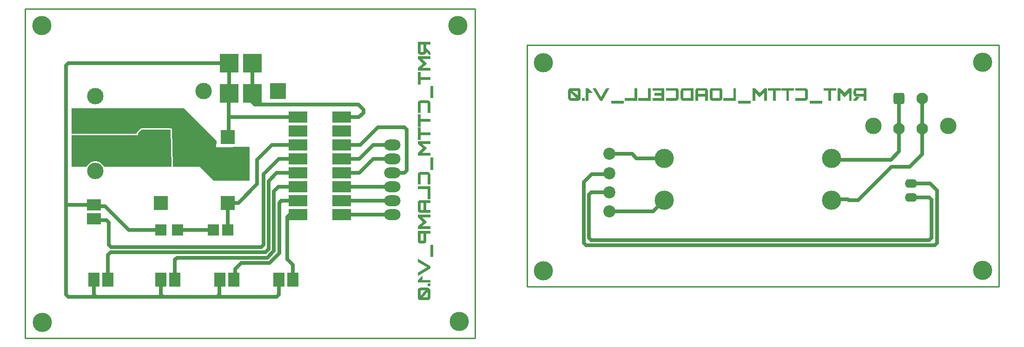
<source format=gbr>
%FSTAX23Y23*%
%MOIN*%
%SFA1B1*%

%IPPOS*%
%AMD23*
4,1,8,-0.020700,-0.041300,0.020700,-0.041300,0.041300,-0.020700,0.041300,0.020700,0.020700,0.041300,-0.020700,0.041300,-0.041300,0.020700,-0.041300,-0.020700,-0.020700,-0.041300,0.0*
1,1,0.041339,-0.020700,-0.020700*
1,1,0.041339,0.020700,-0.020700*
1,1,0.041339,0.020700,0.020700*
1,1,0.041339,-0.020700,0.020700*
%
%ADD10C,0.010000*%
%ADD11R,0.098425X0.098425*%
%ADD12R,0.137795X0.137795*%
%ADD13R,0.118110X0.118110*%
%ADD14C,0.118110*%
%ADD15R,0.137795X0.137795*%
%ADD16R,0.078740X0.098425*%
%ADD17O,0.118110X0.078740*%
%ADD18R,0.137795X0.078740*%
%ADD19R,0.098425X0.078740*%
%ADD20C,0.137795*%
%ADD21C,0.086614*%
%ADD22C,0.082677*%
G04~CAMADD=23~8~0.0~0.0~826.8~826.8~206.7~0.0~15~0.0~0.0~0.0~0.0~0~0.0~0.0~0.0~0.0~0~0.0~0.0~0.0~180.0~826.0~826.0*
%ADD23D23*%
%ADD24O,0.088582X0.062992*%
%ADD25C,0.137795*%
%ADD26R,0.078740X0.078740*%
%ADD27R,0.078740X0.078740*%
%ADD28C,0.027559*%
%LNpcb1_copper_signal_bot-1*%
%LPD*%
G36*
X03286Y02695D02*
X03257D01*
X03257Y02669*
X03286Y02644*
Y02624*
X0328*
X03257Y02644*
X03257Y02669*
X03255Y02671*
Y02645*
X03257Y02644*
X03257Y02643*
X03256Y02641*
X03256Y02639*
X03256Y02637*
X03255Y02636*
X03255Y02635*
X03255Y02634*
X03254Y02634*
X03254Y02633*
X03253Y02632*
X03252Y02631*
X03251Y02629*
X0325Y02628*
X03249Y02628*
X03248Y02627*
X03247Y02627*
X03247Y02627*
X03246Y02626*
X03244Y02625*
X03242Y02625*
X03241Y02624*
X0324Y02624*
X03239Y02624*
X03238*
X03238*
X03215*
X03213Y02624*
X03211Y02624*
X0321Y02625*
X03208Y02625*
X03207Y02626*
X03206Y02626*
X03206Y02627*
X03205Y02627*
X03204Y02628*
X03203Y02629*
X03201Y0263*
X032Y02631*
X032Y02632*
X03199Y02633*
X03199Y02633*
X03199Y02633*
X03198Y02635*
X03197Y02637*
X03197Y02638*
X03196Y0264*
X03196Y02641*
X03196Y02642*
Y02715*
X03286*
Y02695*
G37*
G36*
Y02592D02*
X03226D01*
X03263Y0256*
X03226Y02529*
X03286*
Y0251*
X03196*
Y0253*
X03232Y0256*
X03196Y02591*
Y02611*
X03286*
Y02592*
G37*
G36*
X03216Y02464D02*
X03286D01*
Y02444*
X03216*
Y02409*
X03196*
Y02499*
X03216*
Y02464*
G37*
G36*
X04449Y0235D02*
X04424D01*
X0442Y02355*
Y02294*
X044*
Y02384*
X0442*
X04449Y0235*
G37*
G36*
X06308Y02294D02*
X06289D01*
Y02354*
X06257Y02317*
X06226Y02354*
Y02294*
X06207*
Y02384*
X06227*
X06257Y02348*
X06288Y02384*
X06308*
Y02294*
G37*
G36*
X05699Y02294D02*
X05679D01*
Y02354*
X05648Y02317*
X05617Y02354*
Y02294*
X05597*
Y02384*
X05618*
X05648Y02348*
X05679Y02384*
X05699*
Y02294*
G37*
G36*
X04519D02*
X04502D01*
X0445Y02384*
X04472*
X0451Y02319*
X04548Y02384*
X04571*
X04519Y02294*
G37*
G36*
X03306Y02311D02*
X03286D01*
Y02399*
X03306*
Y02311*
G37*
G36*
X06412Y02294D02*
X06392D01*
Y02323*
X06366Y02323*
X06368Y02325*
X06342*
X06341Y02324*
X06366Y02323*
X06342Y02294*
X06321*
Y023*
X06341Y02324*
X0634Y02324*
X06338Y02324*
X06336Y02324*
X06335Y02324*
X06333Y02325*
X06332Y02325*
X06331Y02326*
X06331Y02326*
X06331Y02326*
X06329Y02327*
X06328Y02328*
X06327Y02329*
X06326Y0233*
X06325Y02331*
X06324Y02332*
X06324Y02333*
X06324Y02333*
X06323Y02335*
X06322Y02336*
X06322Y02338*
X06322Y02339*
X06321Y0234*
X06321Y02341*
Y02342*
Y02342*
Y02366*
X06321Y02367*
X06322Y02369*
X06322Y02371*
X06323Y02372*
X06323Y02373*
X06324Y02374*
X06324Y02375*
X06324Y02375*
X06325Y02376*
X06326Y02378*
X06327Y02379*
X06328Y0238*
X06329Y0238*
X0633Y02381*
X06331Y02381*
X06331Y02382*
X06332Y02382*
X06334Y02383*
X06335Y02383*
X06337Y02384*
X06338Y02384*
X06339Y02384*
X06412*
Y02294*
G37*
G36*
X06196Y02365D02*
X06161D01*
Y02294*
X06141*
Y02365*
X06106*
Y02384*
X06196*
Y02365*
G37*
G36*
X05976Y02384D02*
X05978Y02384D01*
X05979Y02383*
X05981Y02383*
X05982Y02382*
X05983Y02382*
X05983Y02382*
X05983Y02382*
X05985Y02381*
X05986Y0238*
X05987Y02379*
X05988Y02377*
X05989Y02376*
X0599Y02376*
X0599Y02375*
X0599Y02375*
X05991Y02373*
X05992Y02372*
X05992Y0237*
X05992Y02369*
X05992Y02367*
X05993Y02367*
Y02366*
Y02366*
Y02312*
X05992Y02311*
X05992Y02309*
X05992Y02307*
X05991Y02306*
X05991Y02305*
X0599Y02304*
X0599Y02303*
X0599Y02303*
X05989Y02302*
X05988Y023*
X05987Y02299*
X05986Y02298*
X05985Y02297*
X05984Y02297*
X05984Y02297*
X05983Y02296*
X05982Y02296*
X0598Y02295*
X05979Y02295*
X05977Y02294*
X05976Y02294*
X05975Y02294*
X05902*
Y02313*
X05969*
X0597Y02314*
X05971Y02314*
X05972Y02314*
X05972Y02314*
X05973Y02315*
X05973Y02316*
X05973Y02317*
Y02317*
Y02317*
Y02361*
X05973Y02362*
X05973Y02363*
X05972Y02363*
X05972Y02364*
X05971Y02364*
X0597Y02364*
X05969Y02365*
X05902*
Y02384*
X05974*
X05976Y02384*
G37*
G36*
X05894Y02365D02*
X05858D01*
Y02294*
X05839*
Y02365*
X05803*
Y02384*
X05894*
Y02365*
G37*
G36*
X05799D02*
X05763D01*
Y02294*
X05744*
Y02365*
X05708*
Y02384*
X05799*
Y02365*
G37*
G36*
X05478Y02294D02*
X05388D01*
Y02313*
X05459*
Y02384*
X05478*
Y02294*
G37*
G36*
X05364Y02384D02*
X05366Y02384D01*
X05368Y02383*
X05369Y02383*
X0537Y02382*
X05371Y02382*
X05371Y02382*
X05372Y02382*
X05373Y02381*
X05374Y0238*
X05376Y02379*
X05377Y02377*
X05377Y02376*
X05378Y02376*
X05378Y02375*
X05378Y02375*
X05379Y02373*
X0538Y02372*
X0538Y0237*
X05381Y02369*
X05381Y02367*
X05381Y02367*
Y02366*
Y02366*
Y02312*
X05381Y02311*
X05381Y02309*
X0538Y02307*
X0538Y02306*
X05379Y02305*
X05379Y02304*
X05379Y02303*
X05378Y02303*
X05377Y02302*
X05376Y023*
X05375Y02299*
X05374Y02298*
X05373Y02297*
X05372Y02297*
X05372Y02297*
X05372Y02296*
X0537Y02296*
X05368Y02295*
X05367Y02295*
X05365Y02294*
X05364Y02294*
X05363Y02294*
X05309*
X05307Y02294*
X05305Y02294*
X05304Y02295*
X05302Y02295*
X05301Y02296*
X053Y02296*
X053Y02296*
X053Y02296*
X05298Y02297*
X05297Y02298*
X05296Y023*
X05295Y02301*
X05294Y02302*
X05294Y02302*
X05293Y02303*
X05293Y02303*
X05292Y02305*
X05292Y02306*
X05291Y02308*
X05291Y02309*
X05291Y02311*
X05291Y02311*
Y02312*
Y02312*
Y02366*
X05291Y02367*
X05291Y02369*
X05291Y02371*
X05292Y02372*
X05292Y02373*
X05293Y02374*
X05293Y02375*
X05293Y02375*
X05294Y02376*
X05295Y02378*
X05296Y02379*
X05297Y0238*
X05298Y02381*
X05299Y02381*
X053Y02382*
X053Y02382*
X05301Y02383*
X05303Y02383*
X05305Y02384*
X05306Y02384*
X05307Y02384*
X05308Y02384*
X05362*
X05364Y02384*
G37*
G36*
X0526D02*
X05262Y02384D01*
X05263Y02383*
X05265Y02383*
X05266Y02382*
X05266Y02382*
X05267Y02382*
X05267Y02382*
X05269Y02381*
X0527Y0238*
X05271Y02379*
X05272Y02377*
X05273Y02376*
X05273Y02376*
X05274Y02375*
X05274Y02375*
X05275Y02373*
X05275Y02372*
X05276Y0237*
X05276Y02369*
X05276Y02367*
X05276Y02367*
Y02366*
Y02366*
Y02294*
X05257*
Y02323*
X05206*
Y02294*
X05186*
Y02366*
X05186Y02367*
X05186Y02369*
X05187Y02371*
X05187Y02372*
X05188Y02373*
X05188Y02374*
X05189Y02375*
X05189Y02375*
X0519Y02376*
X05191Y02378*
X05192Y02379*
X05193Y0238*
X05194Y02381*
X05195Y02381*
X05195Y02382*
X05195Y02382*
X05197Y02383*
X05199Y02383*
X052Y02384*
X05202Y02384*
X05203Y02384*
X05204Y02384*
X05258*
X0526Y02384*
G37*
G36*
X05172Y02294D02*
X051D01*
X05098Y02294*
X05096Y02294*
X05095Y02295*
X05093Y02295*
X05092Y02296*
X05091Y02296*
X05091Y02296*
X0509Y02296*
X05089Y02297*
X05088Y02298*
X05086Y023*
X05085Y02301*
X05085Y02302*
X05084Y02302*
X05084Y02303*
X05084Y02303*
X05083Y02305*
X05082Y02306*
X05082Y02308*
X05081Y02309*
X05081Y02311*
X05081Y02311*
Y02312*
Y02312*
Y02366*
X05081Y02367*
X05082Y02369*
X05082Y02371*
X05082Y02372*
X05083Y02373*
X05083Y02374*
X05084Y02375*
X05084Y02375*
X05085Y02376*
X05086Y02378*
X05087Y02379*
X05088Y0238*
X05089Y02381*
X0509Y02381*
X0509Y02382*
X0509Y02382*
X05092Y02383*
X05094Y02383*
X05095Y02384*
X05097Y02384*
X05098Y02384*
X05099Y02384*
X05172*
Y02294*
G37*
G36*
X0505Y02384D02*
X05052Y02384D01*
X05054Y02383*
X05055Y02383*
X05056Y02382*
X05057Y02382*
X05058Y02382*
X05058Y02382*
X05059Y02381*
X05061Y0238*
X05062Y02379*
X05063Y02377*
X05064Y02376*
X05064Y02376*
X05064Y02375*
X05065Y02375*
X05065Y02373*
X05066Y02372*
X05066Y0237*
X05067Y02369*
X05067Y02367*
X05067Y02367*
Y02366*
Y02366*
Y02312*
X05067Y02311*
X05067Y02309*
X05066Y02307*
X05066Y02306*
X05065Y02305*
X05065Y02304*
X05065Y02303*
X05065Y02303*
X05064Y02302*
X05062Y023*
X05061Y02299*
X0506Y02298*
X05059Y02297*
X05059Y02297*
X05058Y02297*
X05058Y02296*
X05056Y02296*
X05055Y02295*
X05053Y02295*
X05052Y02294*
X0505Y02294*
X05049Y02294*
X04977*
Y02313*
X05043*
X05045Y02314*
X05046Y02314*
X05046Y02314*
X05047Y02314*
X05047Y02315*
X05048Y02316*
X05048Y02317*
Y02317*
Y02317*
Y02361*
X05048Y02362*
X05047Y02363*
X05047Y02363*
X05047Y02364*
X05046Y02364*
X05045Y02364*
X05044Y02365*
X04977*
Y02384*
X05048*
X0505Y02384*
G37*
G36*
X04964Y02294D02*
X0488D01*
Y02313*
X04944*
Y02329*
X04892*
Y02349*
X04944*
Y02365*
X0488*
Y02384*
X04964*
Y02294*
G37*
G36*
X04868D02*
X04777D01*
Y02313*
X04848*
Y02384*
X04868*
Y02294*
G37*
G36*
X0477D02*
X04679D01*
Y02313*
X0475*
Y02384*
X0477*
Y02294*
G37*
G36*
X04393D02*
X04374D01*
Y02313*
X04393*
Y02294*
G37*
G36*
X04347Y02384D02*
X04349Y02384D01*
X04351Y02383*
X04352Y02383*
X04353Y02382*
X04354Y02382*
X04355Y02382*
X04355Y02382*
X04356Y02381*
X04358Y02379*
X04359Y02378*
X0436Y02377*
X0436Y02376*
X04361Y02375*
X04361Y02375*
X04361Y02375*
X04362Y02373*
X04363Y02372*
X04363Y0237*
X04364Y02369*
X04364Y02367*
X04364Y02366*
Y02366*
Y02366*
Y02313*
X04364Y02311*
X04363Y0231*
X04363Y02308*
X04363Y02307*
X04362Y02306*
X04362Y02305*
X04361Y02304*
X04361Y02304*
X0436Y02302*
X04359Y02301*
X04358Y023*
X04357Y02299*
X04356Y02298*
X04355Y02297*
X04355Y02297*
X04355Y02297*
X04353Y02296*
X04352Y02295*
X0435Y02295*
X04348Y02294*
X04347Y02294*
X04346Y02294*
X04293*
X04292Y02294*
X0429Y02294*
X04288Y02295*
X04287Y02295*
X04286Y02296*
X04285Y02296*
X04284Y02297*
X04284Y02297*
X04283Y02298*
X04281Y02299*
X0428Y023*
X04279Y02301*
X04279Y02302*
X04278Y02303*
X04278Y02304*
X04278Y02304*
X04277Y02306*
X04276Y02307*
X04276Y02309*
X04275Y0231*
X04275Y02312*
X04275Y02313*
Y02313*
Y02313*
Y02366*
X04275Y02367*
X04275Y02369*
X04276Y02371*
X04276Y02372*
X04277Y02373*
X04277Y02374*
X04278Y02375*
X04278Y02375*
X04279Y02376*
X0428Y02378*
X04281Y02379*
X04282Y0238*
X04283Y02381*
X04284Y02381*
X04284Y02382*
X04284Y02382*
X04286Y02383*
X04287Y02383*
X04289Y02384*
X0429Y02384*
X04292Y02384*
X04293Y02384*
X04345*
X04347Y02384*
G37*
G36*
X06097Y02274D02*
X06008D01*
Y02294*
X06097*
Y02274*
G37*
G36*
X05583D02*
X05494D01*
Y02294*
X05583*
Y02274*
G37*
G36*
X04672D02*
X04584D01*
Y02294*
X04672*
Y02274*
G37*
G36*
X0327Y02295D02*
X03271Y02295D01*
X03273Y02295*
X03274Y02294*
X03276Y02294*
X03276Y02293*
X03277Y02293*
X03277Y02293*
X03279Y02292*
X0328Y02291*
X03281Y0229*
X03282Y02288*
X03283Y02288*
X03283Y02287*
X03284Y02286*
X03284Y02286*
X03285Y02285*
X03285Y02283*
X03286Y02281*
X03286Y0228*
X03286Y02279*
X03286Y02278*
Y02205*
X03267*
Y02272*
X03267Y02273*
X03266Y02274*
X03266Y02275*
X03266Y02275*
X03265Y02276*
X03264Y02276*
X03263Y02276*
X03263*
X03263*
X0322*
X03218Y02276*
X03217Y02275*
X03217Y02275*
X03217Y02275*
X03216Y02274*
X03216Y02273*
X03216Y02272*
Y02205*
X03196*
Y02277*
X03196Y02279*
X03196Y0228*
X03197Y02282*
X03197Y02283*
X03198Y02285*
X03198Y02285*
X03198Y02286*
X03198Y02286*
X032Y02288*
X03201Y02289*
X03202Y0229*
X03203Y02291*
X03204Y02292*
X03205Y02292*
X03205Y02293*
X03205Y02293*
X03207Y02294*
X03208Y02294*
X0321Y02295*
X03211Y02295*
X03213Y02295*
X03214Y02295*
X03214*
X03214*
X03268*
X0327Y02295*
G37*
G36*
X03216Y02161D02*
X03286D01*
Y02142*
X03216*
Y02106*
X03196*
Y02197*
X03216*
Y02161*
G37*
G36*
Y02066D02*
X03286D01*
Y02046*
X03216*
Y02011*
X03196*
Y02101*
X03216*
Y02066*
G37*
G36*
X03286Y01982D02*
X03226D01*
X03263Y01951*
X03226Y0192*
X03286*
Y019*
X03196*
Y0192*
X03232Y01951*
X03196Y01981*
Y02002*
X03286*
Y01982*
G37*
G36*
X01429Y01823D02*
X01426Y0182D01*
X00945*
X00944Y01822*
X00936Y01833*
X00927Y01843*
X00915Y01851*
X00903Y01856*
X00889Y01859*
X00876*
X00862Y01856*
X0085Y01851*
X00839Y01843*
X00829Y01833*
X00821Y01822*
X0082Y0182*
X00715*
Y02045*
X0119*
Y0206*
X01215Y02085*
X01425*
X01429Y01823*
G37*
G36*
X03306Y01796D02*
X03286D01*
Y01885*
X03306*
Y01796*
G37*
G36*
X01755Y02005D02*
X0175Y0196D01*
X01986Y01962*
X0199Y01959*
Y0172*
X01735*
X01635Y0182*
X01444*
X0144Y01823*
X0144Y01823*
X01435Y02085*
X01434Y02087*
X01434Y02088*
X01434Y02088*
X01434Y02089*
X01433Y0209*
X01432Y02092*
X01432Y02092*
X01432Y02092*
X0143Y02093*
X01428Y02094*
X01428Y02094*
X01428Y02094*
X01426Y02094*
X01425Y02095*
X01215*
X01211Y02094*
X01207Y02092*
X01182Y02067*
X0118Y02063*
X01179Y0206*
Y02055*
X00715*
Y0224*
X0152*
X01755Y02005*
G37*
G36*
X0327Y01781D02*
X03271Y01781D01*
X03273Y0178*
X03274Y0178*
X03276Y01779*
X03276Y01779*
X03277Y01779*
X03277Y01779*
X03279Y01778*
X0328Y01777*
X03281Y01775*
X03282Y01774*
X03283Y01773*
X03283Y01773*
X03284Y01772*
X03284Y01772*
X03285Y0177*
X03285Y01769*
X03286Y01767*
X03286Y01766*
X03286Y01764*
X03286Y01763*
Y01691*
X03267*
Y01758*
X03267Y01759*
X03266Y0176*
X03266Y0176*
X03266Y01761*
X03265Y01761*
X03264Y01762*
X03263Y01762*
X03263*
X03263*
X0322*
X03218Y01762*
X03217Y01761*
X03217Y01761*
X03217Y01761*
X03216Y0176*
X03216Y01759*
X03216Y01758*
Y01691*
X03196*
Y01763*
X03196Y01764*
X03196Y01766*
X03197Y01768*
X03197Y01769*
X03198Y0177*
X03198Y01771*
X03198Y01772*
X03198Y01772*
X032Y01773*
X03201Y01775*
X03202Y01776*
X03203Y01777*
X03204Y01778*
X03205Y01778*
X03205Y01779*
X03205Y01779*
X03207Y01779*
X03208Y0178*
X0321Y0178*
X03211Y01781*
X03213Y01781*
X03214Y01781*
X03214*
X03214*
X03268*
X0327Y01781*
G37*
G36*
X03286Y01587D02*
X03267D01*
Y01658*
X03196*
Y01678*
X03286*
Y01587*
G37*
G36*
Y0156D02*
X03257D01*
Y01509*
X03286*
Y01489*
X03214*
X03213Y0149*
X03211Y0149*
X03209Y0149*
X03208Y01491*
X03207Y01491*
X03206Y01492*
X03205Y01492*
X03205Y01492*
X03204Y01493*
X03202Y01494*
X03201Y01495*
X032Y01496*
X032Y01497*
X03199Y01498*
X03199Y01499*
X03198Y01499*
X03198Y015*
X03197Y01502*
X03197Y01504*
X03196Y01505*
X03196Y01506*
X03196Y01507*
Y01561*
X03196Y01563*
X03196Y01565*
X03197Y01567*
X03197Y01568*
X03198Y01569*
X03198Y0157*
X03198Y01571*
X03198Y01571*
X032Y01572*
X03201Y01573*
X03202Y01575*
X03203Y01576*
X03204Y01576*
X03205Y01577*
X03205Y01577*
X03205Y01577*
X03207Y01578*
X03208Y01579*
X0321Y01579*
X03211Y0158*
X03213Y0158*
X03214Y0158*
X03214*
X03214*
X03286*
Y0156*
G37*
G36*
Y01456D02*
X03226D01*
X03263Y01424*
X03226Y01393*
X03286*
Y01374*
X03196*
Y01394*
X03232Y01424*
X03196Y01455*
Y01475*
X03286*
Y01456*
G37*
G36*
Y01339D02*
X03257D01*
X03257Y01287*
X03256Y01285*
X03256Y01283*
X03256Y01282*
X03255Y0128*
X03255Y01279*
X03255Y01278*
X03254Y01278*
X03254Y01278*
X03253Y01276*
X03252Y01275*
X03251Y01274*
X0325Y01273*
X03249Y01272*
X03248Y01271*
X03247Y01271*
X03247Y01271*
X03246Y0127*
X03244Y01269*
X03242Y01269*
X03241Y01269*
X0324Y01268*
X03239Y01268*
X03238*
X03238*
X03215*
X03213Y01268*
X03211Y01269*
X0321Y01269*
X03208Y0127*
X03207Y0127*
X03206Y01271*
X03206Y01271*
X03205Y01271*
X03204Y01272*
X03203Y01273*
X03201Y01274*
X032Y01275*
X032Y01276*
X03199Y01277*
X03199Y01277*
X03199Y01278*
X03198Y01279*
X03197Y01281*
X03197Y01282*
X03196Y01284*
X03196Y01285*
X03196Y01286*
Y01359*
X03286*
Y01339*
G37*
G36*
X03306Y01171D02*
X03286D01*
Y0126*
X03306*
Y01171*
G37*
G36*
X03286Y01106D02*
Y01089D01*
X03196Y01037*
Y0106*
X03262Y01098*
X03196Y01136*
Y01158*
X03286Y01106*
G37*
G36*
X0323Y01011D02*
X03225Y01007D01*
X03286*
Y00988*
X03196*
Y01007*
X0323Y01036*
Y01011*
G37*
G36*
X03286Y00961D02*
X03267D01*
Y00981*
X03286*
Y00961*
G37*
G36*
X03269Y00951D02*
X0327Y00951D01*
X03272Y0095*
X03273Y0095*
X03274Y00949*
X03275Y00949*
X03276Y00949*
X03276Y00949*
X03278Y00947*
X03279Y00946*
X0328Y00945*
X03282Y00944*
X03282Y00943*
X03283Y00943*
X03283Y00942*
X03284Y00942*
X03284Y0094*
X03285Y00939*
X03286Y00937*
X03286Y00936*
X03286Y00935*
X03286Y00934*
Y00881*
X03286Y00879*
X03286Y00877*
X03285Y00875*
X03285Y00874*
X03284Y00873*
X03284Y00872*
X03284Y00872*
X03284Y00872*
X03282Y0087*
X03281Y00869*
X0328Y00868*
X03279Y00867*
X03278Y00866*
X03277Y00865*
X03276Y00865*
X03276Y00865*
X03274Y00864*
X03273Y00863*
X03271Y00863*
X0327Y00862*
X03269Y00862*
X03268Y00862*
X03267*
X03267*
X03215*
X03213Y00862*
X03211Y00863*
X0321Y00863*
X03208Y00864*
X03207Y00864*
X03206Y00864*
X03206Y00865*
X03205Y00865*
X03204Y00866*
X03203Y00867*
X03201Y00868*
X032Y00869*
X032Y0087*
X03199Y00871*
X03199Y00871*
X03198Y00872*
X03198Y00873*
X03197Y00875*
X03197Y00876*
X03196Y00878*
X03196Y00879*
X03196Y0088*
Y00933*
X03196Y00935*
X03196Y00936*
X03197Y00938*
X03197Y00939*
X03198Y0094*
X03198Y00941*
X03198Y00942*
X03198Y00942*
X032Y00943*
X03201Y00945*
X03202Y00946*
X03203Y00947*
X03204Y00947*
X03205Y00948*
X03205Y00948*
X03205Y00949*
X03207Y00949*
X03209Y0095*
X0321Y0095*
X03212Y00951*
X03213Y00951*
X03214Y00951*
X03214*
X03215*
X03267*
X03269Y00951*
G37*
%LNpcb1_copper_signal_bot-2*%
%LPC*%
G36*
X03237Y02695D02*
X03216D01*
Y02644*
X03237*
Y02695*
G37*
G36*
X06392Y02365D02*
X06341D01*
Y02343*
X06392*
Y02365*
G37*
G36*
X05361D02*
X0531D01*
Y02313*
X05361*
Y02365*
G37*
G36*
X05257D02*
X05206D01*
Y02343*
X05257*
Y02365*
G37*
G36*
X05152D02*
X05101D01*
Y02313*
X05152*
Y02365*
G37*
G36*
X04345Y02364D02*
X04305D01*
X04345Y02331*
Y02364*
G37*
G36*
X04294Y02348D02*
Y02314D01*
X04334*
X04294Y02348*
G37*
G36*
X01914Y0182D02*
X01904Y01818D01*
X01896Y01813*
X01895Y01812*
X0189Y01804*
X01888Y01795*
X0189Y01785*
X01895Y01777*
X01903Y01772*
X01912Y0177*
X01922Y01772*
X01929Y01777*
X01931Y01779*
X01936Y01786*
X01938Y01796*
X01936Y01805*
X01931Y01813*
X01923Y01818*
X01914Y0182*
G37*
G36*
X03238Y0156D02*
X03216D01*
Y01509*
X03238*
Y0156*
G37*
G36*
X03237Y01339D02*
X03216D01*
Y01288*
X03237*
Y01339*
G37*
G36*
X03249Y00932D02*
X03216D01*
Y00892*
X03249Y00932*
G37*
G36*
X03266Y00922D02*
X03232Y00882D01*
X03266*
Y00922*
G37*
%LNpcb1_copper_signal_bot-3*%
%LPD*%
G54D10*
X0038Y0059D02*
X03608D01*
X0038Y02952D02*
X03608D01*
Y0059D02*
Y02952D01*
X0038Y0059D02*
Y02952D01*
X03979Y0096D02*
X07365D01*
X03979Y02692D02*
X07365D01*
Y0096D02*
Y02692D01*
X03979Y0096D02*
Y02692D01*
G54D11*
X01835Y02032D03*
Y0156D03*
X01355D03*
Y02032D03*
X01914Y01796D03*
G54D12*
X0201Y02345D03*
Y02561D03*
X01844D03*
Y02345D03*
G54D13*
X02195Y02363D03*
G54D14*
X01659Y02363D03*
X00883Y02325D03*
Y01789D03*
X06463Y02111D03*
X06999D03*
G54D15*
X00865Y0214D03*
X01081D03*
Y01975D03*
X00865D03*
G54D16*
X00975Y0101D03*
X00875D03*
X023D03*
X022D03*
X01877D03*
X01777D03*
X01455D03*
X01355D03*
G54D17*
X03014Y01575D03*
Y01675D03*
Y01875D03*
Y01475D03*
Y01975D03*
Y01775D03*
G54D18*
X02651Y01475D03*
Y01575D03*
Y01675D03*
Y01775D03*
Y01875D03*
Y01975D03*
Y02075D03*
Y02175D03*
X02338D03*
Y02075D03*
Y01975D03*
Y01875D03*
Y01775D03*
Y01675D03*
Y01575D03*
Y01475D03*
G54D19*
X00875Y01445D03*
Y01545D03*
G54D20*
X00502Y00704D03*
X03493Y0071D03*
X00499Y02831D03*
X03484Y02834D03*
X04097Y02567D03*
Y01071D03*
X07247Y01077D03*
X07246Y0257D03*
G54D21*
X04569Y01912D03*
Y01774D03*
Y01498D03*
Y01636D03*
G54D22*
X06648Y02093D03*
X06814Y0231D03*
Y02093D03*
G54D23*
X06648Y0231D03*
G54D24*
X06734Y016D03*
Y017D03*
G54D25*
X06164Y0158D03*
Y0188D03*
X04964Y0158D03*
Y0188D03*
G54D26*
X01835Y01365D03*
X01729D03*
G54D27*
X01354Y01365D03*
X01475D03*
G54D28*
X031Y02101D02*
X03116Y02085D01*
X031Y01775D02*
X03116Y01791D01*
X0291Y02101D02*
X031D01*
X03116Y01791D02*
Y02085D01*
X03014Y01775D02*
X031D01*
X02651Y01975D02*
X02783D01*
X0291Y02101*
X02776Y01875D02*
X02876Y01975D01*
X03014*
X02651Y01875D02*
X02776D01*
Y01775D02*
X02876Y01875D01*
X03014*
X02651Y01775D02*
X02776D01*
X02651Y01675D02*
X03014D01*
X02651Y01575D02*
X03014D01*
X02651Y01475D02*
X03014D01*
X02775Y02175D02*
X02806Y02206D01*
Y02228*
X02769Y02265D02*
X02806Y02228D01*
X02026Y02265D02*
X02769D01*
X02651Y02175D02*
X02775D01*
X01125Y01365D02*
X01354D01*
X00884Y01535D02*
X00954D01*
X01125Y01365*
X00875Y01545D02*
X00884Y01535D01*
X0201Y02281D02*
Y02561D01*
Y02281D02*
X02026Y02265D01*
X0215Y01975D02*
X02338D01*
X02045Y0187D02*
X0215Y01975D01*
X02045Y01695D02*
Y0187D01*
X022Y01875D02*
X02338D01*
X0209Y01258D02*
Y01765D01*
X022Y01875*
X00996Y01242D02*
X02073D01*
X0209Y01258*
X02102Y01205D02*
X02127Y0123D01*
X02133Y0113D02*
X02202Y01199D01*
X02117Y01167D02*
X02165Y01215D01*
X01839Y02175D02*
X02338D01*
X01839Y02037D02*
Y02175D01*
Y0234*
X01758Y00885D02*
X02183D01*
X00675Y01545D02*
D01*
X00875*
X00675Y00901D02*
Y01545D01*
X023Y01011D02*
Y01115D01*
X0226Y01155D02*
Y01458D01*
Y01155D02*
X023Y01115D01*
X0226Y01458D02*
X02276Y01475D01*
X02338*
X00675Y00901D02*
X00691Y00885D01*
X00891*
X00675Y01545D02*
Y02545D01*
X00691Y02561D02*
X01844D01*
X00675Y02545D02*
X00691Y02561D01*
X01839Y0234D02*
X01844Y02345D01*
X01835Y02032D02*
X01839Y02037D01*
X01844Y02345D02*
Y02561D01*
X01912Y01795D02*
X01914Y01796D01*
X02127Y01717D02*
X02185Y01775D01*
X02127Y0123D02*
Y01717D01*
X02185Y01775D02*
X02338D01*
X0191Y0156D02*
X02045Y01695D01*
X01835Y0156D02*
X0191D01*
X01835Y01365D02*
Y0156D01*
Y01365D02*
X01835D01*
X01835Y0156D02*
D01*
X02198Y01675D02*
X02338D01*
X02165Y01215D02*
Y01642D01*
X02198Y01675*
X00891Y00885D02*
X01371D01*
X00875Y00901D02*
Y0101D01*
Y00901D02*
X00891Y00885D01*
X00963Y01435D02*
X0098Y01419D01*
X00884Y01435D02*
X00963D01*
X0098Y01258D02*
Y01419D01*
X00975Y01185D02*
X00995Y01205D01*
X00975Y0101D02*
Y01185D01*
X00995Y01205D02*
X02102D01*
X01471Y01167D02*
X02117D01*
X01455Y0101D02*
Y01151D01*
X01471Y01167*
X0098Y01258D02*
X00996Y01242D01*
X01887Y01086D02*
X01931Y0113D01*
X02133*
X02202Y01199D02*
Y01558D01*
X02218Y01575D02*
X02338D01*
X02202Y01558D02*
X02218Y01575D01*
X00875Y01445D02*
X00884Y01435D01*
X01475Y01365D02*
X01729D01*
X01345Y01019D02*
X01355Y0101D01*
X01354Y01365D02*
X01355D01*
Y00901D02*
Y0101D01*
Y00901D02*
X01371Y00885D01*
X01758*
X01775Y00901*
Y01007*
X01777Y0101*
X02183Y00885D02*
X022Y00901D01*
Y0101*
X01877D02*
X01887Y01019D01*
Y01086*
X06869Y017D02*
X06919Y0165D01*
X04403Y01255D02*
X06903D01*
X06865Y01292D02*
X06881Y01308D01*
Y01583*
X06903Y01255D02*
X06919Y01271D01*
Y0165*
X06865Y016D02*
X06881Y01583D01*
X04441Y01292D02*
X06865D01*
X06734Y016D02*
X06865D01*
X04387Y01271D02*
X04403Y01255D01*
X04425Y01308D02*
X04441Y01292D01*
X04425Y01308D02*
Y01619D01*
X04387Y01271D02*
Y01708D01*
X04882Y01498D02*
X04964Y0158D01*
X04569Y01498D02*
X04882D01*
X04733Y01912D02*
X04765Y0188D01*
X04569Y01912D02*
X04733D01*
X04765Y0188D02*
X04964D01*
X0456Y01765D02*
X04569Y01774D01*
X04387Y01708D02*
X04444Y01765D01*
X0456*
X04441Y01636D02*
X04569D01*
X04425Y01619D02*
X04441Y01636D01*
X06734Y017D02*
X06869D01*
X06814Y02093D02*
Y0231D01*
X06648Y02118D02*
X0666Y02106D01*
X06648Y02118D02*
Y0231D01*
X06171Y01587D02*
X0628D01*
X06164Y0158D02*
X06171Y01587D01*
X06287Y0158D02*
X06353D01*
X0628Y01587D02*
X06287Y0158D01*
X06353D02*
X06593Y0182D01*
X06724*
X06814Y0191*
Y02093*
X06164Y0188D02*
X06174Y0187D01*
X06589*
X06648Y01929*
Y02093*
X04968Y01579D02*
X04969Y0158D01*
M02*
</source>
